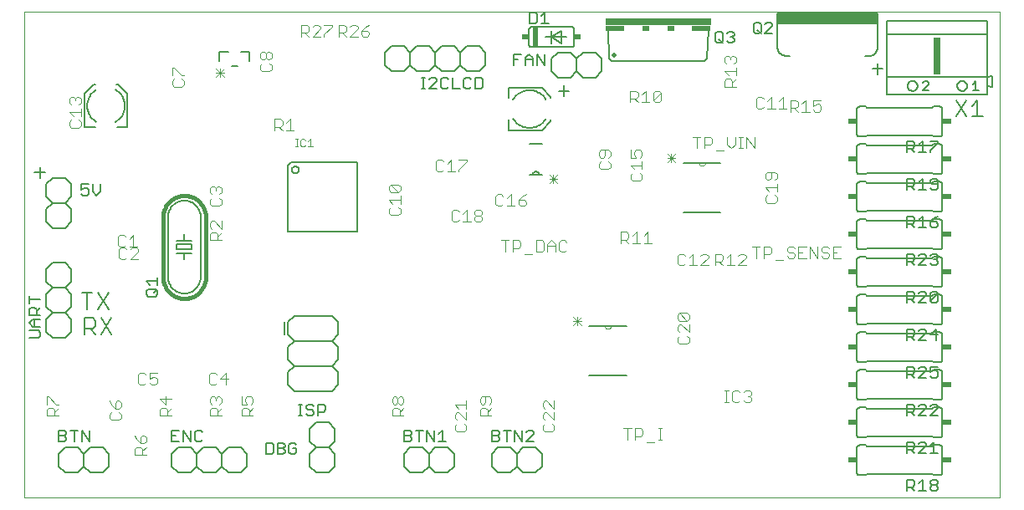
<source format=gto>
G75*
G70*
%OFA0B0*%
%FSLAX24Y24*%
%IPPOS*%
%LPD*%
%AMOC8*
5,1,8,0,0,1.08239X$1,22.5*
%
%ADD10C,0.0000*%
%ADD11C,0.0060*%
%ADD12C,0.0030*%
%ADD13C,0.0040*%
%ADD14C,0.0050*%
%ADD15C,0.0080*%
%ADD16C,0.0160*%
%ADD17R,0.0340X0.0240*%
%ADD18R,0.4000X0.0400*%
%ADD19C,0.0200*%
%ADD20R,0.4200X0.0300*%
%ADD21R,0.0750X0.0200*%
%ADD22R,0.0300X0.0200*%
%ADD23R,0.0300X0.1500*%
%ADD24C,0.0070*%
%ADD25R,0.0200X0.0800*%
%ADD26R,0.0250X0.0200*%
D10*
X000125Y000262D02*
X000125Y019632D01*
X038992Y019632D01*
X038992Y000262D01*
X000125Y000262D01*
X023255Y007117D02*
X023257Y007096D01*
X023262Y007076D01*
X023271Y007057D01*
X023283Y007040D01*
X023298Y007025D01*
X023315Y007013D01*
X023334Y007004D01*
X023354Y006999D01*
X023375Y006997D01*
X023396Y006999D01*
X023416Y007004D01*
X023435Y007013D01*
X023452Y007025D01*
X023467Y007040D01*
X023479Y007057D01*
X023488Y007076D01*
X023493Y007096D01*
X023495Y007117D01*
X027005Y013617D02*
X027007Y013596D01*
X027012Y013576D01*
X027021Y013557D01*
X027033Y013540D01*
X027048Y013525D01*
X027065Y013513D01*
X027084Y013504D01*
X027104Y013499D01*
X027125Y013497D01*
X027146Y013499D01*
X027166Y013504D01*
X027185Y013513D01*
X027202Y013525D01*
X027217Y013540D01*
X027229Y013557D01*
X027238Y013576D01*
X027243Y013596D01*
X027245Y013617D01*
D11*
X027005Y013617D01*
X026385Y013617D01*
X027245Y013617D02*
X027865Y013617D01*
X027865Y011657D02*
X026385Y011657D01*
X020750Y013152D02*
X020620Y013152D01*
X020380Y013152D01*
X020250Y013152D01*
X020380Y013152D02*
X020382Y013173D01*
X020387Y013193D01*
X020396Y013212D01*
X020408Y013229D01*
X020423Y013244D01*
X020440Y013256D01*
X020459Y013265D01*
X020479Y013270D01*
X020500Y013272D01*
X020521Y013270D01*
X020541Y013265D01*
X020560Y013256D01*
X020577Y013244D01*
X020592Y013229D01*
X020604Y013212D01*
X020613Y013193D01*
X020618Y013173D01*
X020620Y013152D01*
X020750Y014372D02*
X020250Y014372D01*
X021619Y016274D02*
X021619Y016701D01*
X021832Y016487D02*
X021405Y016487D01*
X021375Y017012D02*
X021875Y017012D01*
X022125Y017262D01*
X022375Y017012D01*
X022875Y017012D01*
X023125Y017262D01*
X023125Y017762D01*
X022875Y018012D01*
X022375Y018012D01*
X022125Y017762D01*
X022125Y017262D01*
X022125Y017762D02*
X021875Y018012D01*
X021375Y018012D01*
X021125Y017762D01*
X021125Y017262D01*
X021375Y017012D01*
X021925Y018237D02*
X020325Y018237D01*
X020308Y018239D01*
X020291Y018243D01*
X020275Y018250D01*
X020261Y018260D01*
X020248Y018273D01*
X020238Y018287D01*
X020231Y018303D01*
X020227Y018320D01*
X020225Y018337D01*
X020225Y018937D01*
X020227Y018954D01*
X020231Y018971D01*
X020238Y018987D01*
X020248Y019001D01*
X020261Y019014D01*
X020275Y019024D01*
X020291Y019031D01*
X020308Y019035D01*
X020325Y019037D01*
X021925Y019037D01*
X021942Y019035D01*
X021959Y019031D01*
X021975Y019024D01*
X021989Y019014D01*
X022002Y019001D01*
X022012Y018987D01*
X022019Y018971D01*
X022023Y018954D01*
X022025Y018937D01*
X022025Y018337D01*
X022023Y018320D01*
X022019Y018303D01*
X022012Y018287D01*
X022002Y018273D01*
X021989Y018260D01*
X021975Y018250D01*
X021959Y018243D01*
X021942Y018239D01*
X021925Y018237D01*
X021525Y018387D02*
X021125Y018637D01*
X021125Y018387D01*
X021125Y018637D02*
X020875Y018637D01*
X021125Y018637D02*
X021125Y018887D01*
X021125Y018637D02*
X021525Y018887D01*
X021525Y018387D01*
X021725Y018637D02*
X021125Y018637D01*
X023375Y018937D02*
X023425Y017787D01*
X023525Y017687D01*
X027225Y017687D01*
X027325Y017787D01*
X027375Y018937D01*
X033300Y015762D02*
X033300Y014762D01*
X033302Y014745D01*
X033306Y014728D01*
X033313Y014712D01*
X033323Y014698D01*
X033336Y014685D01*
X033350Y014675D01*
X033366Y014668D01*
X033383Y014664D01*
X033400Y014662D01*
X033650Y014662D01*
X033700Y014712D01*
X036300Y014712D01*
X036350Y014662D01*
X036600Y014662D01*
X036617Y014664D01*
X036634Y014668D01*
X036650Y014675D01*
X036664Y014685D01*
X036677Y014698D01*
X036687Y014712D01*
X036694Y014728D01*
X036698Y014745D01*
X036700Y014762D01*
X036700Y015762D01*
X036698Y015779D01*
X036694Y015796D01*
X036687Y015812D01*
X036677Y015826D01*
X036664Y015839D01*
X036650Y015849D01*
X036634Y015856D01*
X036617Y015860D01*
X036600Y015862D01*
X036350Y015862D01*
X036300Y015812D01*
X033700Y015812D01*
X033650Y015862D01*
X033400Y015862D01*
X033383Y015860D01*
X033366Y015856D01*
X033350Y015849D01*
X033336Y015839D01*
X033323Y015826D01*
X033313Y015812D01*
X033306Y015796D01*
X033302Y015779D01*
X033300Y015762D01*
X034500Y016337D02*
X034500Y017037D01*
X034500Y018737D01*
X034500Y019287D01*
X038500Y019287D01*
X038500Y018737D01*
X038500Y017037D01*
X034500Y017037D01*
X034332Y017362D02*
X033905Y017362D01*
X034119Y017149D02*
X034119Y017576D01*
X035310Y016687D02*
X035312Y016715D01*
X035318Y016742D01*
X035327Y016768D01*
X035340Y016793D01*
X035357Y016816D01*
X035376Y016836D01*
X035398Y016853D01*
X035422Y016867D01*
X035448Y016877D01*
X035475Y016884D01*
X035503Y016887D01*
X035531Y016886D01*
X035558Y016881D01*
X035585Y016872D01*
X035610Y016860D01*
X035633Y016845D01*
X035654Y016826D01*
X035672Y016805D01*
X035687Y016781D01*
X035698Y016755D01*
X035706Y016729D01*
X035710Y016701D01*
X035710Y016673D01*
X035706Y016645D01*
X035698Y016619D01*
X035687Y016593D01*
X035672Y016569D01*
X035654Y016548D01*
X035633Y016529D01*
X035610Y016514D01*
X035585Y016502D01*
X035558Y016493D01*
X035531Y016488D01*
X035503Y016487D01*
X035475Y016490D01*
X035448Y016497D01*
X035422Y016507D01*
X035398Y016521D01*
X035376Y016538D01*
X035357Y016558D01*
X035340Y016581D01*
X035327Y016606D01*
X035318Y016632D01*
X035312Y016659D01*
X035310Y016687D01*
X034500Y016337D02*
X038500Y016337D01*
X038500Y016687D01*
X038500Y017037D01*
X038700Y017087D01*
X038700Y016637D01*
X038500Y016687D01*
X037290Y016687D02*
X037292Y016715D01*
X037298Y016742D01*
X037307Y016768D01*
X037320Y016793D01*
X037337Y016816D01*
X037356Y016836D01*
X037378Y016853D01*
X037402Y016867D01*
X037428Y016877D01*
X037455Y016884D01*
X037483Y016887D01*
X037511Y016886D01*
X037538Y016881D01*
X037565Y016872D01*
X037590Y016860D01*
X037613Y016845D01*
X037634Y016826D01*
X037652Y016805D01*
X037667Y016781D01*
X037678Y016755D01*
X037686Y016729D01*
X037690Y016701D01*
X037690Y016673D01*
X037686Y016645D01*
X037678Y016619D01*
X037667Y016593D01*
X037652Y016569D01*
X037634Y016548D01*
X037613Y016529D01*
X037590Y016514D01*
X037565Y016502D01*
X037538Y016493D01*
X037511Y016488D01*
X037483Y016487D01*
X037455Y016490D01*
X037428Y016497D01*
X037402Y016507D01*
X037378Y016521D01*
X037356Y016538D01*
X037337Y016558D01*
X037320Y016581D01*
X037307Y016606D01*
X037298Y016632D01*
X037292Y016659D01*
X037290Y016687D01*
X038500Y018737D02*
X034500Y018737D01*
X033650Y014362D02*
X033400Y014362D01*
X033383Y014360D01*
X033366Y014356D01*
X033350Y014349D01*
X033336Y014339D01*
X033323Y014326D01*
X033313Y014312D01*
X033306Y014296D01*
X033302Y014279D01*
X033300Y014262D01*
X033300Y013262D01*
X033302Y013245D01*
X033306Y013228D01*
X033313Y013212D01*
X033323Y013198D01*
X033336Y013185D01*
X033350Y013175D01*
X033366Y013168D01*
X033383Y013164D01*
X033400Y013162D01*
X033650Y013162D01*
X033700Y013212D01*
X036300Y013212D01*
X036350Y013162D01*
X036600Y013162D01*
X036617Y013164D01*
X036634Y013168D01*
X036650Y013175D01*
X036664Y013185D01*
X036677Y013198D01*
X036687Y013212D01*
X036694Y013228D01*
X036698Y013245D01*
X036700Y013262D01*
X036700Y014262D01*
X036698Y014279D01*
X036694Y014296D01*
X036687Y014312D01*
X036677Y014326D01*
X036664Y014339D01*
X036650Y014349D01*
X036634Y014356D01*
X036617Y014360D01*
X036600Y014362D01*
X036350Y014362D01*
X036300Y014312D01*
X033700Y014312D01*
X033650Y014362D01*
X033650Y012862D02*
X033400Y012862D01*
X033383Y012860D01*
X033366Y012856D01*
X033350Y012849D01*
X033336Y012839D01*
X033323Y012826D01*
X033313Y012812D01*
X033306Y012796D01*
X033302Y012779D01*
X033300Y012762D01*
X033300Y011762D01*
X033302Y011745D01*
X033306Y011728D01*
X033313Y011712D01*
X033323Y011698D01*
X033336Y011685D01*
X033350Y011675D01*
X033366Y011668D01*
X033383Y011664D01*
X033400Y011662D01*
X033650Y011662D01*
X033700Y011712D01*
X036300Y011712D01*
X036350Y011662D01*
X036600Y011662D01*
X036617Y011664D01*
X036634Y011668D01*
X036650Y011675D01*
X036664Y011685D01*
X036677Y011698D01*
X036687Y011712D01*
X036694Y011728D01*
X036698Y011745D01*
X036700Y011762D01*
X036700Y012762D01*
X036698Y012779D01*
X036694Y012796D01*
X036687Y012812D01*
X036677Y012826D01*
X036664Y012839D01*
X036650Y012849D01*
X036634Y012856D01*
X036617Y012860D01*
X036600Y012862D01*
X036350Y012862D01*
X036300Y012812D01*
X033700Y012812D01*
X033650Y012862D01*
X033650Y011362D02*
X033400Y011362D01*
X033383Y011360D01*
X033366Y011356D01*
X033350Y011349D01*
X033336Y011339D01*
X033323Y011326D01*
X033313Y011312D01*
X033306Y011296D01*
X033302Y011279D01*
X033300Y011262D01*
X033300Y010262D01*
X033302Y010245D01*
X033306Y010228D01*
X033313Y010212D01*
X033323Y010198D01*
X033336Y010185D01*
X033350Y010175D01*
X033366Y010168D01*
X033383Y010164D01*
X033400Y010162D01*
X033650Y010162D01*
X033700Y010212D01*
X036300Y010212D01*
X036350Y010162D01*
X036600Y010162D01*
X036617Y010164D01*
X036634Y010168D01*
X036650Y010175D01*
X036664Y010185D01*
X036677Y010198D01*
X036687Y010212D01*
X036694Y010228D01*
X036698Y010245D01*
X036700Y010262D01*
X036700Y011262D01*
X036698Y011279D01*
X036694Y011296D01*
X036687Y011312D01*
X036677Y011326D01*
X036664Y011339D01*
X036650Y011349D01*
X036634Y011356D01*
X036617Y011360D01*
X036600Y011362D01*
X036350Y011362D01*
X036300Y011312D01*
X033700Y011312D01*
X033650Y011362D01*
X033650Y009862D02*
X033400Y009862D01*
X033383Y009860D01*
X033366Y009856D01*
X033350Y009849D01*
X033336Y009839D01*
X033323Y009826D01*
X033313Y009812D01*
X033306Y009796D01*
X033302Y009779D01*
X033300Y009762D01*
X033300Y008762D01*
X033302Y008745D01*
X033306Y008728D01*
X033313Y008712D01*
X033323Y008698D01*
X033336Y008685D01*
X033350Y008675D01*
X033366Y008668D01*
X033383Y008664D01*
X033400Y008662D01*
X033650Y008662D01*
X033700Y008712D01*
X036300Y008712D01*
X036350Y008662D01*
X036600Y008662D01*
X036617Y008664D01*
X036634Y008668D01*
X036650Y008675D01*
X036664Y008685D01*
X036677Y008698D01*
X036687Y008712D01*
X036694Y008728D01*
X036698Y008745D01*
X036700Y008762D01*
X036700Y009762D01*
X036698Y009779D01*
X036694Y009796D01*
X036687Y009812D01*
X036677Y009826D01*
X036664Y009839D01*
X036650Y009849D01*
X036634Y009856D01*
X036617Y009860D01*
X036600Y009862D01*
X036350Y009862D01*
X036300Y009812D01*
X033700Y009812D01*
X033650Y009862D01*
X033650Y008362D02*
X033400Y008362D01*
X033383Y008360D01*
X033366Y008356D01*
X033350Y008349D01*
X033336Y008339D01*
X033323Y008326D01*
X033313Y008312D01*
X033306Y008296D01*
X033302Y008279D01*
X033300Y008262D01*
X033300Y007262D01*
X033302Y007245D01*
X033306Y007228D01*
X033313Y007212D01*
X033323Y007198D01*
X033336Y007185D01*
X033350Y007175D01*
X033366Y007168D01*
X033383Y007164D01*
X033400Y007162D01*
X033650Y007162D01*
X033700Y007212D01*
X036300Y007212D01*
X036350Y007162D01*
X036600Y007162D01*
X036617Y007164D01*
X036634Y007168D01*
X036650Y007175D01*
X036664Y007185D01*
X036677Y007198D01*
X036687Y007212D01*
X036694Y007228D01*
X036698Y007245D01*
X036700Y007262D01*
X036700Y008262D01*
X036698Y008279D01*
X036694Y008296D01*
X036687Y008312D01*
X036677Y008326D01*
X036664Y008339D01*
X036650Y008349D01*
X036634Y008356D01*
X036617Y008360D01*
X036600Y008362D01*
X036350Y008362D01*
X036300Y008312D01*
X033700Y008312D01*
X033650Y008362D01*
X033650Y006862D02*
X033400Y006862D01*
X033383Y006860D01*
X033366Y006856D01*
X033350Y006849D01*
X033336Y006839D01*
X033323Y006826D01*
X033313Y006812D01*
X033306Y006796D01*
X033302Y006779D01*
X033300Y006762D01*
X033300Y005762D01*
X033302Y005745D01*
X033306Y005728D01*
X033313Y005712D01*
X033323Y005698D01*
X033336Y005685D01*
X033350Y005675D01*
X033366Y005668D01*
X033383Y005664D01*
X033400Y005662D01*
X033650Y005662D01*
X033700Y005712D01*
X036300Y005712D01*
X036350Y005662D01*
X036600Y005662D01*
X036617Y005664D01*
X036634Y005668D01*
X036650Y005675D01*
X036664Y005685D01*
X036677Y005698D01*
X036687Y005712D01*
X036694Y005728D01*
X036698Y005745D01*
X036700Y005762D01*
X036700Y006762D01*
X036698Y006779D01*
X036694Y006796D01*
X036687Y006812D01*
X036677Y006826D01*
X036664Y006839D01*
X036650Y006849D01*
X036634Y006856D01*
X036617Y006860D01*
X036600Y006862D01*
X036350Y006862D01*
X036300Y006812D01*
X033700Y006812D01*
X033650Y006862D01*
X033650Y005362D02*
X033400Y005362D01*
X033383Y005360D01*
X033366Y005356D01*
X033350Y005349D01*
X033336Y005339D01*
X033323Y005326D01*
X033313Y005312D01*
X033306Y005296D01*
X033302Y005279D01*
X033300Y005262D01*
X033300Y004262D01*
X033302Y004245D01*
X033306Y004228D01*
X033313Y004212D01*
X033323Y004198D01*
X033336Y004185D01*
X033350Y004175D01*
X033366Y004168D01*
X033383Y004164D01*
X033400Y004162D01*
X033650Y004162D01*
X033700Y004212D01*
X036300Y004212D01*
X036350Y004162D01*
X036600Y004162D01*
X036617Y004164D01*
X036634Y004168D01*
X036650Y004175D01*
X036664Y004185D01*
X036677Y004198D01*
X036687Y004212D01*
X036694Y004228D01*
X036698Y004245D01*
X036700Y004262D01*
X036700Y005262D01*
X036698Y005279D01*
X036694Y005296D01*
X036687Y005312D01*
X036677Y005326D01*
X036664Y005339D01*
X036650Y005349D01*
X036634Y005356D01*
X036617Y005360D01*
X036600Y005362D01*
X036350Y005362D01*
X036300Y005312D01*
X033700Y005312D01*
X033650Y005362D01*
X033650Y003862D02*
X033400Y003862D01*
X033383Y003860D01*
X033366Y003856D01*
X033350Y003849D01*
X033336Y003839D01*
X033323Y003826D01*
X033313Y003812D01*
X033306Y003796D01*
X033302Y003779D01*
X033300Y003762D01*
X033300Y002762D01*
X033302Y002745D01*
X033306Y002728D01*
X033313Y002712D01*
X033323Y002698D01*
X033336Y002685D01*
X033350Y002675D01*
X033366Y002668D01*
X033383Y002664D01*
X033400Y002662D01*
X033650Y002662D01*
X033700Y002712D01*
X036300Y002712D01*
X036350Y002662D01*
X036600Y002662D01*
X036617Y002664D01*
X036634Y002668D01*
X036650Y002675D01*
X036664Y002685D01*
X036677Y002698D01*
X036687Y002712D01*
X036694Y002728D01*
X036698Y002745D01*
X036700Y002762D01*
X036700Y003762D01*
X036698Y003779D01*
X036694Y003796D01*
X036687Y003812D01*
X036677Y003826D01*
X036664Y003839D01*
X036650Y003849D01*
X036634Y003856D01*
X036617Y003860D01*
X036600Y003862D01*
X036350Y003862D01*
X036300Y003812D01*
X033700Y003812D01*
X033650Y003862D01*
X033650Y002362D02*
X033400Y002362D01*
X033383Y002360D01*
X033366Y002356D01*
X033350Y002349D01*
X033336Y002339D01*
X033323Y002326D01*
X033313Y002312D01*
X033306Y002296D01*
X033302Y002279D01*
X033300Y002262D01*
X033300Y001262D01*
X033302Y001245D01*
X033306Y001228D01*
X033313Y001212D01*
X033323Y001198D01*
X033336Y001185D01*
X033350Y001175D01*
X033366Y001168D01*
X033383Y001164D01*
X033400Y001162D01*
X033650Y001162D01*
X033700Y001212D01*
X036300Y001212D01*
X036350Y001162D01*
X036600Y001162D01*
X036617Y001164D01*
X036634Y001168D01*
X036650Y001175D01*
X036664Y001185D01*
X036677Y001198D01*
X036687Y001212D01*
X036694Y001228D01*
X036698Y001245D01*
X036700Y001262D01*
X036700Y002262D01*
X036698Y002279D01*
X036694Y002296D01*
X036687Y002312D01*
X036677Y002326D01*
X036664Y002339D01*
X036650Y002349D01*
X036634Y002356D01*
X036617Y002360D01*
X036600Y002362D01*
X036350Y002362D01*
X036300Y002312D01*
X033700Y002312D01*
X033650Y002362D01*
X024115Y005157D02*
X022635Y005157D01*
X022635Y007117D02*
X023255Y007117D01*
X023495Y007117D01*
X024115Y007117D01*
X020500Y002262D02*
X020000Y002262D01*
X019750Y002012D01*
X019750Y001512D01*
X020000Y001262D01*
X020500Y001262D01*
X020750Y001512D01*
X020750Y002012D01*
X020500Y002262D01*
X019750Y002012D02*
X019500Y002262D01*
X019000Y002262D01*
X018750Y002012D01*
X018750Y001512D01*
X019000Y001262D01*
X019500Y001262D01*
X019750Y001512D01*
X017250Y001512D02*
X017000Y001262D01*
X016500Y001262D01*
X016250Y001512D01*
X016000Y001262D01*
X015500Y001262D01*
X015250Y001512D01*
X015250Y002012D01*
X015500Y002262D01*
X016000Y002262D01*
X016250Y002012D01*
X016500Y002262D01*
X017000Y002262D01*
X017250Y002012D01*
X017250Y001512D01*
X016250Y001512D02*
X016250Y002012D01*
X012500Y002012D02*
X012500Y001512D01*
X012250Y001262D01*
X011750Y001262D01*
X011500Y001512D01*
X011500Y002012D01*
X011750Y002262D01*
X011500Y002512D01*
X011500Y003012D01*
X011750Y003262D01*
X012250Y003262D01*
X012500Y003012D01*
X012500Y002512D01*
X012250Y002262D01*
X012500Y002012D01*
X012250Y002262D02*
X011750Y002262D01*
X009000Y002012D02*
X009000Y001512D01*
X008750Y001262D01*
X008250Y001262D01*
X008000Y001512D01*
X007750Y001262D01*
X007250Y001262D01*
X007000Y001512D01*
X006750Y001262D01*
X006250Y001262D01*
X006000Y001512D01*
X006000Y002012D01*
X006250Y002262D01*
X006750Y002262D01*
X007000Y002012D01*
X007250Y002262D01*
X007750Y002262D01*
X008000Y002012D01*
X008250Y002262D01*
X008750Y002262D01*
X009000Y002012D01*
X008000Y002012D02*
X008000Y001512D01*
X007000Y001512D02*
X007000Y002012D01*
X003500Y002012D02*
X003500Y001512D01*
X003250Y001262D01*
X002750Y001262D01*
X002500Y001512D01*
X002250Y001262D01*
X001750Y001262D01*
X001500Y001512D01*
X001500Y002012D01*
X001750Y002262D01*
X002250Y002262D01*
X002500Y002012D01*
X002750Y002262D01*
X003250Y002262D01*
X003500Y002012D01*
X002500Y002012D02*
X002500Y001512D01*
X001750Y006637D02*
X001250Y006637D01*
X001000Y006887D01*
X001000Y007387D01*
X001250Y007637D01*
X001000Y007887D01*
X001000Y008387D01*
X001250Y008637D01*
X001000Y008887D01*
X001000Y009387D01*
X001250Y009637D01*
X001750Y009637D01*
X002000Y009387D01*
X002000Y008887D01*
X001750Y008637D01*
X002000Y008387D01*
X002000Y007887D01*
X001750Y007637D01*
X002000Y007387D01*
X002000Y006887D01*
X001750Y006637D01*
X002530Y006792D02*
X002530Y007433D01*
X002850Y007433D01*
X002957Y007326D01*
X002957Y007112D01*
X002850Y007006D01*
X002530Y007006D01*
X002744Y007006D02*
X002957Y006792D01*
X003175Y006792D02*
X003602Y007433D01*
X003175Y007433D02*
X003602Y006792D01*
X003477Y007792D02*
X003050Y008433D01*
X002832Y008433D02*
X002405Y008433D01*
X002619Y008433D02*
X002619Y007792D01*
X003050Y007792D02*
X003477Y008433D01*
X001750Y008637D02*
X001250Y008637D01*
X001250Y007637D02*
X001750Y007637D01*
X005850Y009062D02*
X005850Y011462D01*
X005852Y011512D01*
X005858Y011561D01*
X005867Y011610D01*
X005880Y011658D01*
X005897Y011705D01*
X005917Y011750D01*
X005941Y011794D01*
X005968Y011836D01*
X005999Y011876D01*
X006032Y011913D01*
X006068Y011947D01*
X006106Y011979D01*
X006147Y012008D01*
X006189Y012033D01*
X006234Y012055D01*
X006280Y012074D01*
X006328Y012089D01*
X006376Y012100D01*
X006425Y012108D01*
X006475Y012112D01*
X006525Y012112D01*
X006575Y012108D01*
X006624Y012100D01*
X006672Y012089D01*
X006720Y012074D01*
X006766Y012055D01*
X006811Y012033D01*
X006853Y012008D01*
X006894Y011979D01*
X006932Y011947D01*
X006968Y011913D01*
X007001Y011876D01*
X007032Y011836D01*
X007059Y011794D01*
X007083Y011750D01*
X007103Y011705D01*
X007120Y011658D01*
X007133Y011610D01*
X007142Y011561D01*
X007148Y011512D01*
X007150Y011462D01*
X007150Y009062D01*
X007148Y009012D01*
X007142Y008963D01*
X007133Y008914D01*
X007120Y008866D01*
X007103Y008819D01*
X007083Y008774D01*
X007059Y008730D01*
X007032Y008688D01*
X007001Y008648D01*
X006968Y008611D01*
X006932Y008577D01*
X006894Y008545D01*
X006853Y008516D01*
X006811Y008491D01*
X006766Y008469D01*
X006720Y008450D01*
X006672Y008435D01*
X006624Y008424D01*
X006575Y008416D01*
X006525Y008412D01*
X006475Y008412D01*
X006425Y008416D01*
X006376Y008424D01*
X006328Y008435D01*
X006280Y008450D01*
X006234Y008469D01*
X006189Y008491D01*
X006147Y008516D01*
X006106Y008545D01*
X006068Y008577D01*
X006032Y008611D01*
X005999Y008648D01*
X005968Y008688D01*
X005941Y008730D01*
X005917Y008774D01*
X005897Y008819D01*
X005880Y008866D01*
X005867Y008914D01*
X005858Y008963D01*
X005852Y009012D01*
X005850Y009062D01*
X006500Y009762D02*
X006500Y010012D01*
X006800Y010012D01*
X006800Y010162D02*
X006200Y010162D01*
X006200Y010362D01*
X006800Y010362D01*
X006800Y010162D01*
X006500Y010012D02*
X006200Y010012D01*
X006200Y010512D02*
X006500Y010512D01*
X006500Y010762D01*
X006500Y010512D02*
X006800Y010512D01*
X010620Y010882D02*
X010620Y013502D01*
X010760Y013642D01*
X013380Y013642D01*
X013380Y010882D01*
X010620Y010882D01*
X010779Y013342D02*
X010781Y013365D01*
X010787Y013388D01*
X010796Y013409D01*
X010809Y013429D01*
X010825Y013446D01*
X010843Y013460D01*
X010863Y013471D01*
X010885Y013479D01*
X010908Y013483D01*
X010932Y013483D01*
X010955Y013479D01*
X010977Y013471D01*
X010997Y013460D01*
X011015Y013446D01*
X011031Y013429D01*
X011044Y013409D01*
X011053Y013388D01*
X011059Y013365D01*
X011061Y013342D01*
X011059Y013319D01*
X011053Y013296D01*
X011044Y013275D01*
X011031Y013255D01*
X011015Y013238D01*
X010997Y013224D01*
X010977Y013213D01*
X010955Y013205D01*
X010932Y013201D01*
X010908Y013201D01*
X010885Y013205D01*
X010863Y013213D01*
X010843Y013224D01*
X010825Y013238D01*
X010809Y013255D01*
X010796Y013275D01*
X010787Y013296D01*
X010781Y013319D01*
X010779Y013342D01*
X014750Y017262D02*
X014500Y017512D01*
X014500Y018012D01*
X014750Y018262D01*
X015250Y018262D01*
X015500Y018012D01*
X015750Y018262D01*
X016250Y018262D01*
X016500Y018012D01*
X016750Y018262D01*
X017250Y018262D01*
X017500Y018012D01*
X017750Y018262D01*
X018250Y018262D01*
X018500Y018012D01*
X018500Y017512D01*
X018250Y017262D01*
X017750Y017262D01*
X017500Y017512D01*
X017250Y017262D01*
X016750Y017262D01*
X016500Y017512D01*
X016500Y018012D01*
X016500Y017512D02*
X016250Y017262D01*
X015750Y017262D01*
X015500Y017512D01*
X015250Y017262D01*
X014750Y017262D01*
X015500Y017512D02*
X015500Y018012D01*
X017500Y018012D02*
X017500Y017512D01*
X009100Y017682D02*
X009100Y018042D01*
X008740Y018042D01*
X008260Y018042D02*
X007900Y018042D01*
X007900Y017682D01*
X008370Y017482D02*
X008630Y017482D01*
X002000Y012762D02*
X001750Y013012D01*
X001250Y013012D01*
X001000Y012762D01*
X001000Y012262D01*
X001250Y012012D01*
X001750Y012012D01*
X002000Y012262D01*
X002000Y012762D01*
X001750Y012012D02*
X002000Y011762D01*
X002000Y011262D01*
X001750Y011012D01*
X001250Y011012D01*
X001000Y011262D01*
X001000Y011762D01*
X001250Y012012D01*
X000744Y013024D02*
X000744Y013451D01*
X000957Y013237D02*
X000530Y013237D01*
D12*
X007763Y017047D02*
X008077Y017361D01*
X008077Y017204D02*
X007763Y017204D01*
X007763Y017361D02*
X008077Y017047D01*
X007920Y017047D02*
X007920Y017361D01*
X010925Y014567D02*
X011022Y014567D01*
X010973Y014567D02*
X010973Y014277D01*
X010925Y014277D02*
X011022Y014277D01*
X011121Y014325D02*
X011170Y014277D01*
X011267Y014277D01*
X011315Y014325D01*
X011416Y014277D02*
X011610Y014277D01*
X011513Y014277D02*
X011513Y014567D01*
X011416Y014471D01*
X011315Y014519D02*
X011267Y014567D01*
X011170Y014567D01*
X011121Y014519D01*
X011121Y014325D01*
X021041Y013129D02*
X021355Y012815D01*
X021198Y012815D02*
X021198Y013129D01*
X021355Y013129D02*
X021041Y012815D01*
X021041Y012972D02*
X021355Y012972D01*
X025740Y013650D02*
X026054Y013964D01*
X026054Y013807D02*
X025740Y013807D01*
X025740Y013964D02*
X026054Y013650D01*
X025897Y013650D02*
X025897Y013964D01*
X022304Y007464D02*
X021990Y007150D01*
X022147Y007150D02*
X022147Y007464D01*
X021990Y007464D02*
X022304Y007150D01*
X022304Y007307D02*
X021990Y007307D01*
D13*
X026145Y007398D02*
X026145Y007552D01*
X026221Y007629D01*
X026528Y007322D01*
X026605Y007398D01*
X026605Y007552D01*
X026528Y007629D01*
X026221Y007629D01*
X026145Y007398D02*
X026221Y007322D01*
X026528Y007322D01*
X026605Y007168D02*
X026605Y006861D01*
X026298Y007168D01*
X026221Y007168D01*
X026145Y007091D01*
X026145Y006938D01*
X026221Y006861D01*
X026221Y006708D02*
X026145Y006631D01*
X026145Y006478D01*
X026221Y006401D01*
X026528Y006401D01*
X026605Y006478D01*
X026605Y006631D01*
X026528Y006708D01*
X028020Y004542D02*
X028173Y004542D01*
X028097Y004542D02*
X028097Y004082D01*
X028173Y004082D02*
X028020Y004082D01*
X028327Y004159D02*
X028404Y004082D01*
X028557Y004082D01*
X028634Y004159D01*
X028787Y004159D02*
X028864Y004082D01*
X029017Y004082D01*
X029094Y004159D01*
X029094Y004235D01*
X029017Y004312D01*
X028941Y004312D01*
X029017Y004312D02*
X029094Y004389D01*
X029094Y004466D01*
X029017Y004542D01*
X028864Y004542D01*
X028787Y004466D01*
X028634Y004466D02*
X028557Y004542D01*
X028404Y004542D01*
X028327Y004466D01*
X028327Y004159D01*
X025536Y003031D02*
X025382Y003031D01*
X025459Y003031D02*
X025459Y002570D01*
X025382Y002570D02*
X025536Y002570D01*
X025229Y002494D02*
X024922Y002494D01*
X024692Y002724D02*
X024462Y002724D01*
X024462Y002570D02*
X024462Y003031D01*
X024692Y003031D01*
X024769Y002954D01*
X024769Y002801D01*
X024692Y002724D01*
X024308Y003031D02*
X024001Y003031D01*
X024155Y003031D02*
X024155Y002570D01*
X021230Y002978D02*
X021153Y002901D01*
X020846Y002901D01*
X020770Y002978D01*
X020770Y003131D01*
X020846Y003208D01*
X020846Y003361D02*
X020770Y003438D01*
X020770Y003591D01*
X020846Y003668D01*
X020923Y003668D01*
X021230Y003361D01*
X021230Y003668D01*
X021230Y003822D02*
X020923Y004129D01*
X020846Y004129D01*
X020770Y004052D01*
X020770Y003898D01*
X020846Y003822D01*
X021230Y003822D02*
X021230Y004129D01*
X021153Y003208D02*
X021230Y003131D01*
X021230Y002978D01*
X018730Y003532D02*
X018270Y003532D01*
X018270Y003762D01*
X018346Y003839D01*
X018500Y003839D01*
X018577Y003762D01*
X018577Y003532D01*
X018577Y003685D02*
X018730Y003839D01*
X018653Y003992D02*
X018730Y004069D01*
X018730Y004223D01*
X018653Y004299D01*
X018346Y004299D01*
X018270Y004223D01*
X018270Y004069D01*
X018346Y003992D01*
X018423Y003992D01*
X018500Y004069D01*
X018500Y004299D01*
X017730Y004129D02*
X017730Y003822D01*
X017730Y003975D02*
X017270Y003975D01*
X017423Y003822D01*
X017423Y003668D02*
X017346Y003668D01*
X017270Y003591D01*
X017270Y003438D01*
X017346Y003361D01*
X017346Y003208D02*
X017270Y003131D01*
X017270Y002978D01*
X017346Y002901D01*
X017653Y002901D01*
X017730Y002978D01*
X017730Y003131D01*
X017653Y003208D01*
X017730Y003361D02*
X017423Y003668D01*
X017730Y003668D02*
X017730Y003361D01*
X015230Y003532D02*
X014770Y003532D01*
X014770Y003762D01*
X014846Y003839D01*
X015000Y003839D01*
X015077Y003762D01*
X015077Y003532D01*
X015077Y003685D02*
X015230Y003839D01*
X015153Y003992D02*
X015077Y003992D01*
X015000Y004069D01*
X015000Y004223D01*
X015077Y004299D01*
X015153Y004299D01*
X015230Y004223D01*
X015230Y004069D01*
X015153Y003992D01*
X015000Y004069D02*
X014923Y003992D01*
X014846Y003992D01*
X014770Y004069D01*
X014770Y004223D01*
X014846Y004299D01*
X014923Y004299D01*
X015000Y004223D01*
X009230Y004223D02*
X009230Y004069D01*
X009153Y003992D01*
X009000Y003992D02*
X008923Y004146D01*
X008923Y004223D01*
X009000Y004299D01*
X009153Y004299D01*
X009230Y004223D01*
X009000Y003992D02*
X008770Y003992D01*
X008770Y004299D01*
X008846Y003839D02*
X009000Y003839D01*
X009077Y003762D01*
X009077Y003532D01*
X009230Y003532D02*
X008770Y003532D01*
X008770Y003762D01*
X008846Y003839D01*
X009077Y003685D02*
X009230Y003839D01*
X007980Y003839D02*
X007827Y003685D01*
X007827Y003762D02*
X007827Y003532D01*
X007980Y003532D02*
X007520Y003532D01*
X007520Y003762D01*
X007596Y003839D01*
X007750Y003839D01*
X007827Y003762D01*
X007903Y003992D02*
X007980Y004069D01*
X007980Y004223D01*
X007903Y004299D01*
X007827Y004299D01*
X007750Y004223D01*
X007750Y004146D01*
X007750Y004223D02*
X007673Y004299D01*
X007596Y004299D01*
X007520Y004223D01*
X007520Y004069D01*
X007596Y003992D01*
X007551Y004782D02*
X007704Y004782D01*
X007781Y004859D01*
X007935Y005012D02*
X008165Y005242D01*
X008165Y004782D01*
X008241Y005012D02*
X007935Y005012D01*
X007781Y005166D02*
X007704Y005242D01*
X007551Y005242D01*
X007474Y005166D01*
X007474Y004859D01*
X007551Y004782D01*
X005980Y004223D02*
X005520Y004223D01*
X005750Y003992D01*
X005750Y004299D01*
X005750Y003839D02*
X005827Y003762D01*
X005827Y003532D01*
X005980Y003532D02*
X005520Y003532D01*
X005520Y003762D01*
X005596Y003839D01*
X005750Y003839D01*
X005827Y003685D02*
X005980Y003839D01*
X005336Y004782D02*
X005182Y004782D01*
X005105Y004859D01*
X004952Y004859D02*
X004875Y004782D01*
X004722Y004782D01*
X004645Y004859D01*
X004645Y005166D01*
X004722Y005242D01*
X004875Y005242D01*
X004952Y005166D01*
X005105Y005242D02*
X005105Y005012D01*
X005259Y005089D01*
X005336Y005089D01*
X005412Y005012D01*
X005412Y004859D01*
X005336Y004782D01*
X005412Y005242D02*
X005105Y005242D01*
X003980Y004052D02*
X003903Y004129D01*
X003827Y004129D01*
X003750Y004052D01*
X003750Y003822D01*
X003903Y003822D01*
X003980Y003898D01*
X003980Y004052D01*
X003750Y003822D02*
X003596Y003975D01*
X003520Y004129D01*
X003596Y003668D02*
X003520Y003591D01*
X003520Y003438D01*
X003596Y003361D01*
X003903Y003361D01*
X003980Y003438D01*
X003980Y003591D01*
X003903Y003668D01*
X004520Y002754D02*
X004596Y002600D01*
X004750Y002447D01*
X004750Y002677D01*
X004827Y002754D01*
X004903Y002754D01*
X004980Y002677D01*
X004980Y002523D01*
X004903Y002447D01*
X004750Y002447D01*
X004750Y002293D02*
X004596Y002293D01*
X004520Y002216D01*
X004520Y001986D01*
X004980Y001986D01*
X004827Y001986D02*
X004827Y002216D01*
X004750Y002293D01*
X004827Y002140D02*
X004980Y002293D01*
X001480Y003532D02*
X001020Y003532D01*
X001020Y003762D01*
X001096Y003839D01*
X001250Y003839D01*
X001327Y003762D01*
X001327Y003532D01*
X001327Y003685D02*
X001480Y003839D01*
X001480Y003992D02*
X001403Y003992D01*
X001096Y004299D01*
X001020Y004299D01*
X001020Y003992D01*
X003972Y009782D02*
X003895Y009859D01*
X003895Y010166D01*
X003972Y010242D01*
X004125Y010242D01*
X004202Y010166D01*
X004355Y010166D02*
X004432Y010242D01*
X004586Y010242D01*
X004662Y010166D01*
X004662Y010089D01*
X004355Y009782D01*
X004662Y009782D01*
X004202Y009859D02*
X004125Y009782D01*
X003972Y009782D01*
X003926Y010282D02*
X003849Y010359D01*
X003849Y010666D01*
X003926Y010742D01*
X004079Y010742D01*
X004156Y010666D01*
X004310Y010589D02*
X004463Y010742D01*
X004463Y010282D01*
X004310Y010282D02*
X004616Y010282D01*
X004156Y010359D02*
X004079Y010282D01*
X003926Y010282D01*
X007520Y010532D02*
X007520Y010762D01*
X007596Y010839D01*
X007750Y010839D01*
X007827Y010762D01*
X007827Y010532D01*
X007980Y010532D02*
X007520Y010532D01*
X007827Y010685D02*
X007980Y010839D01*
X007980Y010992D02*
X007673Y011299D01*
X007596Y011299D01*
X007520Y011223D01*
X007520Y011069D01*
X007596Y010992D01*
X007980Y010992D02*
X007980Y011299D01*
X007903Y011907D02*
X007596Y011907D01*
X007520Y011984D01*
X007520Y012137D01*
X007596Y012214D01*
X007596Y012367D02*
X007520Y012444D01*
X007520Y012598D01*
X007596Y012674D01*
X007673Y012674D01*
X007750Y012598D01*
X007827Y012674D01*
X007903Y012674D01*
X007980Y012598D01*
X007980Y012444D01*
X007903Y012367D01*
X007903Y012214D02*
X007980Y012137D01*
X007980Y011984D01*
X007903Y011907D01*
X007750Y012521D02*
X007750Y012598D01*
X010099Y014907D02*
X010099Y015367D01*
X010329Y015367D01*
X010406Y015291D01*
X010406Y015137D01*
X010329Y015060D01*
X010099Y015060D01*
X010253Y015060D02*
X010406Y014907D01*
X010560Y014907D02*
X010866Y014907D01*
X010713Y014907D02*
X010713Y015367D01*
X010560Y015214D01*
X009903Y017282D02*
X009596Y017282D01*
X009520Y017359D01*
X009520Y017512D01*
X009596Y017589D01*
X009596Y017742D02*
X009673Y017742D01*
X009750Y017819D01*
X009750Y017973D01*
X009827Y018049D01*
X009903Y018049D01*
X009980Y017973D01*
X009980Y017819D01*
X009903Y017742D01*
X009827Y017742D01*
X009750Y017819D01*
X009750Y017973D02*
X009673Y018049D01*
X009596Y018049D01*
X009520Y017973D01*
X009520Y017819D01*
X009596Y017742D01*
X009903Y017589D02*
X009980Y017512D01*
X009980Y017359D01*
X009903Y017282D01*
X011145Y018657D02*
X011145Y019117D01*
X011375Y019117D01*
X011452Y019041D01*
X011452Y018887D01*
X011375Y018810D01*
X011145Y018810D01*
X011298Y018810D02*
X011452Y018657D01*
X011605Y018657D02*
X011912Y018964D01*
X011912Y019041D01*
X011836Y019117D01*
X011682Y019117D01*
X011605Y019041D01*
X012066Y019117D02*
X012373Y019117D01*
X012373Y019041D01*
X012066Y018734D01*
X012066Y018657D01*
X011912Y018657D02*
X011605Y018657D01*
X012639Y018657D02*
X012639Y019117D01*
X012869Y019117D01*
X012946Y019041D01*
X012946Y018887D01*
X012869Y018810D01*
X012639Y018810D01*
X012792Y018810D02*
X012946Y018657D01*
X013099Y018657D02*
X013406Y018964D01*
X013406Y019041D01*
X013329Y019117D01*
X013176Y019117D01*
X013099Y019041D01*
X013560Y018887D02*
X013790Y018887D01*
X013866Y018810D01*
X013866Y018734D01*
X013790Y018657D01*
X013636Y018657D01*
X013560Y018734D01*
X013560Y018887D01*
X013713Y019041D01*
X013866Y019117D01*
X013406Y018657D02*
X013099Y018657D01*
X006480Y017117D02*
X006403Y017117D01*
X006096Y017424D01*
X006020Y017424D01*
X006020Y017117D01*
X006096Y016964D02*
X006020Y016887D01*
X006020Y016734D01*
X006096Y016657D01*
X006403Y016657D01*
X006480Y016734D01*
X006480Y016887D01*
X006403Y016964D01*
X002379Y016176D02*
X002379Y016023D01*
X002302Y015946D01*
X002379Y015792D02*
X002379Y015486D01*
X002379Y015639D02*
X001918Y015639D01*
X002072Y015486D01*
X001995Y015332D02*
X001918Y015255D01*
X001918Y015102D01*
X001995Y015025D01*
X002302Y015025D01*
X002379Y015102D01*
X002379Y015255D01*
X002302Y015332D01*
X001995Y015946D02*
X001918Y016023D01*
X001918Y016176D01*
X001995Y016253D01*
X002072Y016253D01*
X002148Y016176D01*
X002225Y016253D01*
X002302Y016253D01*
X002379Y016176D01*
X002148Y016176D02*
X002148Y016099D01*
X014645Y012683D02*
X014645Y012529D01*
X014721Y012453D01*
X015028Y012453D01*
X014721Y012760D01*
X015028Y012760D01*
X015105Y012683D01*
X015105Y012529D01*
X015028Y012453D01*
X015105Y012299D02*
X015105Y011992D01*
X015105Y012146D02*
X014645Y012146D01*
X014798Y011992D01*
X014721Y011839D02*
X014645Y011762D01*
X014645Y011609D01*
X014721Y011532D01*
X015028Y011532D01*
X015105Y011609D01*
X015105Y011762D01*
X015028Y011839D01*
X014645Y012683D02*
X014721Y012760D01*
X016514Y013359D02*
X016591Y013282D01*
X016744Y013282D01*
X016821Y013359D01*
X016974Y013282D02*
X017281Y013282D01*
X017128Y013282D02*
X017128Y013742D01*
X016974Y013589D01*
X016821Y013666D02*
X016744Y013742D01*
X016591Y013742D01*
X016514Y013666D01*
X016514Y013359D01*
X017435Y013359D02*
X017435Y013282D01*
X017435Y013359D02*
X017741Y013666D01*
X017741Y013742D01*
X017435Y013742D01*
X018895Y012291D02*
X018895Y011984D01*
X018972Y011907D01*
X019125Y011907D01*
X019202Y011984D01*
X019355Y011907D02*
X019662Y011907D01*
X019509Y011907D02*
X019509Y012367D01*
X019355Y012214D01*
X019202Y012291D02*
X019125Y012367D01*
X018972Y012367D01*
X018895Y012291D01*
X018290Y011742D02*
X018366Y011666D01*
X018366Y011589D01*
X018290Y011512D01*
X018136Y011512D01*
X018060Y011589D01*
X018060Y011666D01*
X018136Y011742D01*
X018290Y011742D01*
X018290Y011512D02*
X018366Y011435D01*
X018366Y011359D01*
X018290Y011282D01*
X018136Y011282D01*
X018060Y011359D01*
X018060Y011435D01*
X018136Y011512D01*
X017906Y011282D02*
X017599Y011282D01*
X017753Y011282D02*
X017753Y011742D01*
X017599Y011589D01*
X017446Y011666D02*
X017369Y011742D01*
X017216Y011742D01*
X017139Y011666D01*
X017139Y011359D01*
X017216Y011282D01*
X017369Y011282D01*
X017446Y011359D01*
X019126Y010531D02*
X019433Y010531D01*
X019280Y010531D02*
X019280Y010070D01*
X019587Y010070D02*
X019587Y010531D01*
X019817Y010531D01*
X019894Y010454D01*
X019894Y010301D01*
X019817Y010224D01*
X019587Y010224D01*
X020047Y009994D02*
X020354Y009994D01*
X020507Y010070D02*
X020738Y010070D01*
X020814Y010147D01*
X020814Y010454D01*
X020738Y010531D01*
X020507Y010531D01*
X020507Y010070D01*
X020968Y010070D02*
X020968Y010377D01*
X021121Y010531D01*
X021275Y010377D01*
X021275Y010070D01*
X021428Y010147D02*
X021505Y010070D01*
X021658Y010070D01*
X021735Y010147D01*
X021428Y010147D02*
X021428Y010454D01*
X021505Y010531D01*
X021658Y010531D01*
X021735Y010454D01*
X021275Y010301D02*
X020968Y010301D01*
X020046Y011907D02*
X019892Y011907D01*
X019816Y011984D01*
X019816Y012137D01*
X020046Y012137D01*
X020123Y012060D01*
X020123Y011984D01*
X020046Y011907D01*
X019816Y012137D02*
X019969Y012291D01*
X020123Y012367D01*
X023020Y013438D02*
X023096Y013361D01*
X023403Y013361D01*
X023480Y013438D01*
X023480Y013591D01*
X023403Y013668D01*
X023403Y013822D02*
X023480Y013898D01*
X023480Y014052D01*
X023403Y014129D01*
X023096Y014129D01*
X023020Y014052D01*
X023020Y013898D01*
X023096Y013822D01*
X023173Y013822D01*
X023250Y013898D01*
X023250Y014129D01*
X023096Y013668D02*
X023020Y013591D01*
X023020Y013438D01*
X024270Y013515D02*
X024730Y013515D01*
X024730Y013668D02*
X024730Y013361D01*
X024653Y013208D02*
X024730Y013131D01*
X024730Y012978D01*
X024653Y012901D01*
X024346Y012901D01*
X024270Y012978D01*
X024270Y013131D01*
X024346Y013208D01*
X024423Y013361D02*
X024270Y013515D01*
X024270Y013822D02*
X024500Y013822D01*
X024423Y013975D01*
X024423Y014052D01*
X024500Y014129D01*
X024653Y014129D01*
X024730Y014052D01*
X024730Y013898D01*
X024653Y013822D01*
X024270Y013822D02*
X024270Y014129D01*
X026751Y014656D02*
X027058Y014656D01*
X026905Y014656D02*
X026905Y014195D01*
X027212Y014195D02*
X027212Y014656D01*
X027442Y014656D01*
X027519Y014579D01*
X027519Y014426D01*
X027442Y014349D01*
X027212Y014349D01*
X027672Y014119D02*
X027979Y014119D01*
X028132Y014349D02*
X028286Y014195D01*
X028439Y014349D01*
X028439Y014656D01*
X028593Y014656D02*
X028746Y014656D01*
X028669Y014656D02*
X028669Y014195D01*
X028593Y014195D02*
X028746Y014195D01*
X028900Y014195D02*
X028900Y014656D01*
X029206Y014195D01*
X029206Y014656D01*
X028132Y014656D02*
X028132Y014349D01*
X029645Y013177D02*
X029645Y013023D01*
X029721Y012947D01*
X029798Y012947D01*
X029875Y013023D01*
X029875Y013254D01*
X030028Y013254D02*
X029721Y013254D01*
X029645Y013177D01*
X030028Y013254D02*
X030105Y013177D01*
X030105Y013023D01*
X030028Y012947D01*
X030105Y012793D02*
X030105Y012486D01*
X030105Y012640D02*
X029645Y012640D01*
X029798Y012486D01*
X029721Y012333D02*
X029645Y012256D01*
X029645Y012103D01*
X029721Y012026D01*
X030028Y012026D01*
X030105Y012103D01*
X030105Y012256D01*
X030028Y012333D01*
X029817Y010281D02*
X029587Y010281D01*
X029587Y009820D01*
X029587Y009974D02*
X029817Y009974D01*
X029894Y010051D01*
X029894Y010204D01*
X029817Y010281D01*
X029433Y010281D02*
X029126Y010281D01*
X029280Y010281D02*
X029280Y009820D01*
X028873Y009839D02*
X028566Y009532D01*
X028873Y009532D01*
X028873Y009839D02*
X028873Y009916D01*
X028796Y009992D01*
X028642Y009992D01*
X028566Y009916D01*
X028259Y009992D02*
X028259Y009532D01*
X028412Y009532D02*
X028105Y009532D01*
X027952Y009532D02*
X027798Y009685D01*
X027875Y009685D02*
X027645Y009685D01*
X027645Y009532D02*
X027645Y009992D01*
X027875Y009992D01*
X027952Y009916D01*
X027952Y009762D01*
X027875Y009685D01*
X028105Y009839D02*
X028259Y009992D01*
X027373Y009916D02*
X027296Y009992D01*
X027142Y009992D01*
X027066Y009916D01*
X027373Y009916D02*
X027373Y009839D01*
X027066Y009532D01*
X027373Y009532D01*
X026912Y009532D02*
X026605Y009532D01*
X026759Y009532D02*
X026759Y009992D01*
X026605Y009839D01*
X026452Y009916D02*
X026375Y009992D01*
X026222Y009992D01*
X026145Y009916D01*
X026145Y009609D01*
X026222Y009532D01*
X026375Y009532D01*
X026452Y009609D01*
X025123Y010407D02*
X024816Y010407D01*
X024969Y010407D02*
X024969Y010867D01*
X024816Y010714D01*
X024509Y010867D02*
X024509Y010407D01*
X024662Y010407D02*
X024355Y010407D01*
X024202Y010407D02*
X024048Y010560D01*
X024125Y010560D02*
X023895Y010560D01*
X023895Y010407D02*
X023895Y010867D01*
X024125Y010867D01*
X024202Y010791D01*
X024202Y010637D01*
X024125Y010560D01*
X024355Y010714D02*
X024509Y010867D01*
X030047Y009744D02*
X030354Y009744D01*
X030507Y009897D02*
X030584Y009820D01*
X030738Y009820D01*
X030814Y009897D01*
X030814Y009974D01*
X030738Y010051D01*
X030584Y010051D01*
X030507Y010127D01*
X030507Y010204D01*
X030584Y010281D01*
X030738Y010281D01*
X030814Y010204D01*
X030968Y010281D02*
X030968Y009820D01*
X031275Y009820D01*
X031428Y009820D02*
X031428Y010281D01*
X031735Y009820D01*
X031735Y010281D01*
X031888Y010204D02*
X031888Y010127D01*
X031965Y010051D01*
X032119Y010051D01*
X032195Y009974D01*
X032195Y009897D01*
X032119Y009820D01*
X031965Y009820D01*
X031888Y009897D01*
X032349Y009820D02*
X032656Y009820D01*
X032502Y010051D02*
X032349Y010051D01*
X032195Y010204D02*
X032119Y010281D01*
X031965Y010281D01*
X031888Y010204D01*
X032349Y010281D02*
X032349Y009820D01*
X032349Y010281D02*
X032656Y010281D01*
X031275Y010281D02*
X030968Y010281D01*
X030968Y010051D02*
X031121Y010051D01*
X031099Y015657D02*
X031406Y015657D01*
X031253Y015657D02*
X031253Y016117D01*
X031099Y015964D01*
X030946Y016041D02*
X030946Y015887D01*
X030869Y015810D01*
X030639Y015810D01*
X030498Y015782D02*
X030191Y015782D01*
X030344Y015782D02*
X030344Y016242D01*
X030191Y016089D01*
X030037Y015782D02*
X029730Y015782D01*
X029884Y015782D02*
X029884Y016242D01*
X029730Y016089D01*
X029577Y016166D02*
X029500Y016242D01*
X029347Y016242D01*
X029270Y016166D01*
X029270Y015859D01*
X029347Y015782D01*
X029500Y015782D01*
X029577Y015859D01*
X030639Y015657D02*
X030639Y016117D01*
X030869Y016117D01*
X030946Y016041D01*
X030792Y015810D02*
X030946Y015657D01*
X031560Y015734D02*
X031636Y015657D01*
X031790Y015657D01*
X031866Y015734D01*
X031866Y015887D01*
X031790Y015964D01*
X031713Y015964D01*
X031560Y015887D01*
X031560Y016117D01*
X031866Y016117D01*
X028480Y016657D02*
X028020Y016657D01*
X028020Y016887D01*
X028096Y016964D01*
X028250Y016964D01*
X028327Y016887D01*
X028327Y016657D01*
X028327Y016810D02*
X028480Y016964D01*
X028480Y017117D02*
X028480Y017424D01*
X028480Y017271D02*
X028020Y017271D01*
X028173Y017117D01*
X028096Y017578D02*
X028020Y017654D01*
X028020Y017808D01*
X028096Y017885D01*
X028173Y017885D01*
X028250Y017808D01*
X028327Y017885D01*
X028403Y017885D01*
X028480Y017808D01*
X028480Y017654D01*
X028403Y017578D01*
X028250Y017731D02*
X028250Y017808D01*
X025491Y016416D02*
X025491Y016109D01*
X025415Y016032D01*
X025261Y016032D01*
X025185Y016109D01*
X025491Y016416D01*
X025415Y016492D01*
X025261Y016492D01*
X025185Y016416D01*
X025185Y016109D01*
X025031Y016032D02*
X024724Y016032D01*
X024571Y016032D02*
X024417Y016185D01*
X024494Y016185D02*
X024264Y016185D01*
X024264Y016032D02*
X024264Y016492D01*
X024494Y016492D01*
X024571Y016416D01*
X024571Y016262D01*
X024494Y016185D01*
X024724Y016339D02*
X024878Y016492D01*
X024878Y016032D01*
D14*
X027650Y018482D02*
X027725Y018407D01*
X027875Y018407D01*
X027950Y018482D01*
X027950Y018782D01*
X027875Y018857D01*
X027725Y018857D01*
X027650Y018782D01*
X027650Y018482D01*
X027800Y018557D02*
X027950Y018407D01*
X028110Y018482D02*
X028185Y018407D01*
X028336Y018407D01*
X028411Y018482D01*
X028411Y018557D01*
X028336Y018632D01*
X028260Y018632D01*
X028336Y018632D02*
X028411Y018707D01*
X028411Y018782D01*
X028336Y018857D01*
X028185Y018857D01*
X028110Y018782D01*
X029175Y018837D02*
X029250Y018762D01*
X029400Y018762D01*
X029475Y018837D01*
X029475Y019137D01*
X029400Y019212D01*
X029250Y019212D01*
X029175Y019137D01*
X029175Y018837D01*
X029325Y018912D02*
X029475Y018762D01*
X029635Y018762D02*
X029936Y019062D01*
X029936Y019137D01*
X029861Y019212D01*
X029710Y019212D01*
X029635Y019137D01*
X029635Y018762D02*
X029936Y018762D01*
X035916Y016806D02*
X035973Y016862D01*
X036086Y016862D01*
X036143Y016806D01*
X036143Y016749D01*
X035916Y016522D01*
X036143Y016522D01*
X037916Y016522D02*
X038143Y016522D01*
X038029Y016522D02*
X038029Y016862D01*
X037916Y016749D01*
X036515Y014487D02*
X036215Y014487D01*
X036515Y014487D02*
X036515Y014412D01*
X036215Y014112D01*
X036215Y014037D01*
X036054Y014037D02*
X035754Y014037D01*
X035904Y014037D02*
X035904Y014487D01*
X035754Y014337D01*
X035594Y014412D02*
X035594Y014262D01*
X035519Y014187D01*
X035294Y014187D01*
X035444Y014187D02*
X035594Y014037D01*
X035294Y014037D02*
X035294Y014487D01*
X035519Y014487D01*
X035594Y014412D01*
X035519Y012987D02*
X035594Y012912D01*
X035594Y012762D01*
X035519Y012687D01*
X035294Y012687D01*
X035444Y012687D02*
X035594Y012537D01*
X035754Y012537D02*
X036054Y012537D01*
X035904Y012537D02*
X035904Y012987D01*
X035754Y012837D01*
X035519Y012987D02*
X035294Y012987D01*
X035294Y012537D01*
X036215Y012612D02*
X036290Y012537D01*
X036440Y012537D01*
X036515Y012612D01*
X036515Y012912D01*
X036440Y012987D01*
X036290Y012987D01*
X036215Y012912D01*
X036215Y012837D01*
X036290Y012762D01*
X036515Y012762D01*
X036515Y011487D02*
X036365Y011412D01*
X036215Y011262D01*
X036440Y011262D01*
X036515Y011187D01*
X036515Y011112D01*
X036440Y011037D01*
X036290Y011037D01*
X036215Y011112D01*
X036215Y011262D01*
X036054Y011037D02*
X035754Y011037D01*
X035904Y011037D02*
X035904Y011487D01*
X035754Y011337D01*
X035594Y011262D02*
X035519Y011187D01*
X035294Y011187D01*
X035444Y011187D02*
X035594Y011037D01*
X035594Y011262D02*
X035594Y011412D01*
X035519Y011487D01*
X035294Y011487D01*
X035294Y011037D01*
X035294Y009987D02*
X035519Y009987D01*
X035594Y009912D01*
X035594Y009762D01*
X035519Y009687D01*
X035294Y009687D01*
X035444Y009687D02*
X035594Y009537D01*
X035754Y009537D02*
X036054Y009837D01*
X036054Y009912D01*
X035979Y009987D01*
X035829Y009987D01*
X035754Y009912D01*
X035754Y009537D02*
X036054Y009537D01*
X036215Y009612D02*
X036290Y009537D01*
X036440Y009537D01*
X036515Y009612D01*
X036515Y009687D01*
X036440Y009762D01*
X036365Y009762D01*
X036440Y009762D02*
X036515Y009837D01*
X036515Y009912D01*
X036440Y009987D01*
X036290Y009987D01*
X036215Y009912D01*
X035294Y009987D02*
X035294Y009537D01*
X035294Y008487D02*
X035519Y008487D01*
X035594Y008412D01*
X035594Y008262D01*
X035519Y008187D01*
X035294Y008187D01*
X035444Y008187D02*
X035594Y008037D01*
X035754Y008037D02*
X036054Y008337D01*
X036054Y008412D01*
X035979Y008487D01*
X035829Y008487D01*
X035754Y008412D01*
X035754Y008037D02*
X036054Y008037D01*
X036215Y008112D02*
X036515Y008412D01*
X036515Y008112D01*
X036440Y008037D01*
X036290Y008037D01*
X036215Y008112D01*
X036215Y008412D01*
X036290Y008487D01*
X036440Y008487D01*
X036515Y008412D01*
X035294Y008487D02*
X035294Y008037D01*
X035294Y006987D02*
X035519Y006987D01*
X035594Y006912D01*
X035594Y006762D01*
X035519Y006687D01*
X035294Y006687D01*
X035444Y006687D02*
X035594Y006537D01*
X035754Y006537D02*
X036054Y006837D01*
X036054Y006912D01*
X035979Y006987D01*
X035829Y006987D01*
X035754Y006912D01*
X035294Y006987D02*
X035294Y006537D01*
X035754Y006537D02*
X036054Y006537D01*
X036215Y006762D02*
X036515Y006762D01*
X036440Y006537D02*
X036440Y006987D01*
X036215Y006762D01*
X036215Y005487D02*
X036215Y005262D01*
X036365Y005337D01*
X036440Y005337D01*
X036515Y005262D01*
X036515Y005112D01*
X036440Y005037D01*
X036290Y005037D01*
X036215Y005112D01*
X036054Y005037D02*
X035754Y005037D01*
X036054Y005337D01*
X036054Y005412D01*
X035979Y005487D01*
X035829Y005487D01*
X035754Y005412D01*
X035594Y005412D02*
X035594Y005262D01*
X035519Y005187D01*
X035294Y005187D01*
X035444Y005187D02*
X035594Y005037D01*
X035294Y005037D02*
X035294Y005487D01*
X035519Y005487D01*
X035594Y005412D01*
X036215Y005487D02*
X036515Y005487D01*
X036440Y003987D02*
X036290Y003987D01*
X036215Y003912D01*
X036054Y003912D02*
X035979Y003987D01*
X035829Y003987D01*
X035754Y003912D01*
X035594Y003912D02*
X035594Y003762D01*
X035519Y003687D01*
X035294Y003687D01*
X035444Y003687D02*
X035594Y003537D01*
X035754Y003537D02*
X036054Y003837D01*
X036054Y003912D01*
X036440Y003987D02*
X036515Y003912D01*
X036515Y003837D01*
X036215Y003537D01*
X036515Y003537D01*
X036054Y003537D02*
X035754Y003537D01*
X035294Y003537D02*
X035294Y003987D01*
X035519Y003987D01*
X035594Y003912D01*
X035519Y002487D02*
X035594Y002412D01*
X035594Y002262D01*
X035519Y002187D01*
X035294Y002187D01*
X035444Y002187D02*
X035594Y002037D01*
X035754Y002037D02*
X036054Y002337D01*
X036054Y002412D01*
X035979Y002487D01*
X035829Y002487D01*
X035754Y002412D01*
X035519Y002487D02*
X035294Y002487D01*
X035294Y002037D01*
X035754Y002037D02*
X036054Y002037D01*
X036215Y002037D02*
X036515Y002037D01*
X036365Y002037D02*
X036365Y002487D01*
X036215Y002337D01*
X036290Y000987D02*
X036440Y000987D01*
X036515Y000912D01*
X036515Y000837D01*
X036440Y000762D01*
X036290Y000762D01*
X036215Y000837D01*
X036215Y000912D01*
X036290Y000987D01*
X036290Y000762D02*
X036215Y000687D01*
X036215Y000612D01*
X036290Y000537D01*
X036440Y000537D01*
X036515Y000612D01*
X036515Y000687D01*
X036440Y000762D01*
X036054Y000537D02*
X035754Y000537D01*
X035904Y000537D02*
X035904Y000987D01*
X035754Y000837D01*
X035594Y000762D02*
X035519Y000687D01*
X035294Y000687D01*
X035444Y000687D02*
X035594Y000537D01*
X035594Y000762D02*
X035594Y000912D01*
X035519Y000987D01*
X035294Y000987D01*
X035294Y000537D01*
X020426Y002507D02*
X020126Y002507D01*
X020426Y002807D01*
X020426Y002882D01*
X020351Y002957D01*
X020201Y002957D01*
X020126Y002882D01*
X019966Y002957D02*
X019966Y002507D01*
X019666Y002957D01*
X019666Y002507D01*
X019355Y002507D02*
X019355Y002957D01*
X019205Y002957D02*
X019506Y002957D01*
X019045Y002882D02*
X019045Y002807D01*
X018970Y002732D01*
X018745Y002732D01*
X018745Y002507D02*
X018970Y002507D01*
X019045Y002582D01*
X019045Y002657D01*
X018970Y002732D01*
X019045Y002882D02*
X018970Y002957D01*
X018745Y002957D01*
X018745Y002507D01*
X016926Y002507D02*
X016626Y002507D01*
X016776Y002507D02*
X016776Y002957D01*
X016626Y002807D01*
X016466Y002957D02*
X016466Y002507D01*
X016166Y002957D01*
X016166Y002507D01*
X015855Y002507D02*
X015855Y002957D01*
X015705Y002957D02*
X016006Y002957D01*
X015545Y002882D02*
X015545Y002807D01*
X015470Y002732D01*
X015245Y002732D01*
X015245Y002507D02*
X015470Y002507D01*
X015545Y002582D01*
X015545Y002657D01*
X015470Y002732D01*
X015545Y002882D02*
X015470Y002957D01*
X015245Y002957D01*
X015245Y002507D01*
X012115Y003762D02*
X012040Y003687D01*
X011815Y003687D01*
X011815Y003537D02*
X011815Y003987D01*
X012040Y003987D01*
X012115Y003912D01*
X012115Y003762D01*
X011654Y003687D02*
X011654Y003612D01*
X011579Y003537D01*
X011429Y003537D01*
X011354Y003612D01*
X011429Y003762D02*
X011579Y003762D01*
X011654Y003687D01*
X011654Y003912D02*
X011579Y003987D01*
X011429Y003987D01*
X011354Y003912D01*
X011354Y003837D01*
X011429Y003762D01*
X011197Y003537D02*
X011047Y003537D01*
X011122Y003537D02*
X011122Y003987D01*
X011047Y003987D02*
X011197Y003987D01*
X010891Y002457D02*
X010741Y002457D01*
X010666Y002382D01*
X010666Y002082D01*
X010741Y002007D01*
X010891Y002007D01*
X010966Y002082D01*
X010966Y002232D01*
X010816Y002232D01*
X010966Y002382D02*
X010891Y002457D01*
X010506Y002382D02*
X010506Y002307D01*
X010431Y002232D01*
X010205Y002232D01*
X010045Y002082D02*
X010045Y002382D01*
X009970Y002457D01*
X009745Y002457D01*
X009745Y002007D01*
X009970Y002007D01*
X010045Y002082D01*
X010205Y002007D02*
X010431Y002007D01*
X010506Y002082D01*
X010506Y002157D01*
X010431Y002232D01*
X010506Y002382D02*
X010431Y002457D01*
X010205Y002457D01*
X010205Y002007D01*
X007216Y002582D02*
X007141Y002507D01*
X006991Y002507D01*
X006916Y002582D01*
X006916Y002882D01*
X006991Y002957D01*
X007141Y002957D01*
X007216Y002882D01*
X006756Y002957D02*
X006756Y002507D01*
X006455Y002957D01*
X006455Y002507D01*
X006295Y002507D02*
X005995Y002507D01*
X005995Y002957D01*
X006295Y002957D01*
X006145Y002732D02*
X005995Y002732D01*
X002716Y002507D02*
X002716Y002957D01*
X002416Y002957D02*
X002716Y002507D01*
X002416Y002507D02*
X002416Y002957D01*
X002256Y002957D02*
X001955Y002957D01*
X002105Y002957D02*
X002105Y002507D01*
X001795Y002582D02*
X001720Y002507D01*
X001495Y002507D01*
X001495Y002957D01*
X001720Y002957D01*
X001795Y002882D01*
X001795Y002807D01*
X001720Y002732D01*
X001495Y002732D01*
X001720Y002732D02*
X001795Y002657D01*
X001795Y002582D01*
X000680Y006632D02*
X000305Y006632D01*
X000305Y006932D02*
X000680Y006932D01*
X000755Y006857D01*
X000755Y006707D01*
X000680Y006632D01*
X000755Y007092D02*
X000455Y007092D01*
X000305Y007243D01*
X000455Y007393D01*
X000755Y007393D01*
X000755Y007553D02*
X000305Y007553D01*
X000305Y007778D01*
X000380Y007853D01*
X000530Y007853D01*
X000605Y007778D01*
X000605Y007553D01*
X000605Y007703D02*
X000755Y007853D01*
X000755Y008163D02*
X000305Y008163D01*
X000305Y008013D02*
X000305Y008313D01*
X000530Y007393D02*
X000530Y007092D01*
X004975Y008362D02*
X004975Y008512D01*
X005050Y008587D01*
X005350Y008587D01*
X005425Y008512D01*
X005425Y008362D01*
X005350Y008287D01*
X005050Y008287D01*
X004975Y008362D01*
X005275Y008437D02*
X005425Y008587D01*
X005425Y008747D02*
X005425Y009048D01*
X005425Y008898D02*
X004975Y008898D01*
X005125Y008747D01*
X002995Y012317D02*
X003145Y012467D01*
X003145Y012767D01*
X002845Y012767D02*
X002845Y012467D01*
X002995Y012317D01*
X002684Y012392D02*
X002609Y012317D01*
X002459Y012317D01*
X002384Y012392D01*
X002384Y012542D02*
X002534Y012617D01*
X002609Y012617D01*
X002684Y012542D01*
X002684Y012392D01*
X002384Y012542D02*
X002384Y012767D01*
X002684Y012767D01*
X015946Y016567D02*
X016096Y016567D01*
X016021Y016567D02*
X016021Y017017D01*
X015946Y017017D02*
X016096Y017017D01*
X016253Y016942D02*
X016328Y017017D01*
X016478Y017017D01*
X016553Y016942D01*
X016553Y016867D01*
X016253Y016567D01*
X016553Y016567D01*
X016713Y016642D02*
X016788Y016567D01*
X016939Y016567D01*
X017014Y016642D01*
X017174Y016567D02*
X017474Y016567D01*
X017634Y016642D02*
X017634Y016942D01*
X017709Y017017D01*
X017859Y017017D01*
X017934Y016942D01*
X018094Y017017D02*
X018094Y016567D01*
X018320Y016567D01*
X018395Y016642D01*
X018395Y016942D01*
X018320Y017017D01*
X018094Y017017D01*
X017934Y016642D02*
X017859Y016567D01*
X017709Y016567D01*
X017634Y016642D01*
X017174Y016567D02*
X017174Y017017D01*
X017014Y016942D02*
X016939Y017017D01*
X016788Y017017D01*
X016713Y016942D01*
X016713Y016642D01*
X019620Y017507D02*
X019620Y017957D01*
X019920Y017957D01*
X020080Y017807D02*
X020080Y017507D01*
X020080Y017732D02*
X020381Y017732D01*
X020381Y017807D02*
X020381Y017507D01*
X020541Y017507D02*
X020541Y017957D01*
X020841Y017507D01*
X020841Y017957D01*
X020381Y017807D02*
X020230Y017957D01*
X020080Y017807D01*
X019770Y017732D02*
X019620Y017732D01*
X020250Y019162D02*
X020475Y019162D01*
X020550Y019237D01*
X020550Y019537D01*
X020475Y019612D01*
X020250Y019612D01*
X020250Y019162D01*
X020710Y019162D02*
X021011Y019162D01*
X020860Y019162D02*
X020860Y019612D01*
X020710Y019462D01*
D15*
X020742Y016609D02*
X019404Y016609D01*
X019404Y016195D01*
X019600Y016136D02*
X019628Y016181D01*
X019659Y016223D01*
X019692Y016263D01*
X019729Y016301D01*
X019767Y016336D01*
X019809Y016368D01*
X019852Y016398D01*
X019898Y016424D01*
X019945Y016447D01*
X019993Y016467D01*
X020043Y016483D01*
X020094Y016496D01*
X020146Y016505D01*
X020198Y016510D01*
X020250Y016512D01*
X020302Y016510D01*
X020354Y016505D01*
X020406Y016496D01*
X020457Y016483D01*
X020507Y016467D01*
X020555Y016447D01*
X020602Y016424D01*
X020648Y016398D01*
X020691Y016368D01*
X020733Y016336D01*
X020771Y016301D01*
X020808Y016263D01*
X020841Y016223D01*
X020872Y016181D01*
X020900Y016136D01*
X021096Y016195D02*
X021096Y016254D01*
X020742Y016609D01*
X020900Y015388D02*
X020872Y015343D01*
X020841Y015301D01*
X020808Y015261D01*
X020771Y015223D01*
X020733Y015188D01*
X020691Y015156D01*
X020648Y015126D01*
X020602Y015100D01*
X020555Y015077D01*
X020507Y015057D01*
X020457Y015041D01*
X020406Y015028D01*
X020354Y015019D01*
X020302Y015014D01*
X020250Y015012D01*
X020198Y015014D01*
X020146Y015019D01*
X020094Y015028D01*
X020043Y015041D01*
X019993Y015057D01*
X019945Y015077D01*
X019898Y015100D01*
X019852Y015126D01*
X019809Y015156D01*
X019767Y015188D01*
X019729Y015223D01*
X019692Y015261D01*
X019659Y015301D01*
X019628Y015343D01*
X019600Y015388D01*
X019404Y015329D02*
X019404Y014916D01*
X020742Y014916D01*
X021096Y015270D01*
X021096Y015349D01*
X030125Y018237D02*
X030125Y019187D01*
X030125Y019587D01*
X034125Y019587D01*
X034125Y019187D01*
X030125Y019187D01*
X030125Y018237D02*
X030126Y018203D01*
X030130Y018168D01*
X030138Y018135D01*
X030149Y018102D01*
X030164Y018071D01*
X030181Y018041D01*
X030202Y018013D01*
X030225Y017987D01*
X030251Y017964D01*
X030279Y017943D01*
X030309Y017926D01*
X030340Y017911D01*
X030373Y017900D01*
X030406Y017892D01*
X030441Y017888D01*
X030475Y017887D01*
X030625Y017887D01*
X033625Y017887D02*
X033775Y017887D01*
X033809Y017888D01*
X033844Y017892D01*
X033877Y017900D01*
X033910Y017911D01*
X033941Y017926D01*
X033971Y017943D01*
X033999Y017964D01*
X034025Y017987D01*
X034048Y018013D01*
X034069Y018041D01*
X034086Y018071D01*
X034101Y018102D01*
X034112Y018135D01*
X034120Y018168D01*
X034124Y018203D01*
X034125Y018237D01*
X034125Y019187D01*
X012625Y007262D02*
X012625Y006762D01*
X012375Y006512D01*
X010875Y006512D01*
X010625Y006262D01*
X010625Y005762D01*
X010875Y005512D01*
X012375Y005512D01*
X012625Y005262D01*
X012625Y004762D01*
X012375Y004512D01*
X010875Y004512D01*
X010625Y004762D01*
X010625Y005262D01*
X010875Y005512D01*
X010875Y006512D02*
X010625Y006762D01*
X010625Y007262D01*
X010875Y007512D01*
X012375Y007512D01*
X012625Y007262D01*
X012375Y006512D02*
X012625Y006262D01*
X012625Y005762D01*
X012375Y005512D01*
X010493Y006762D02*
X010493Y007262D01*
X004221Y015041D02*
X003808Y015041D01*
X004221Y015041D02*
X004221Y016379D01*
X003867Y016734D01*
X003788Y016734D01*
X002942Y016734D02*
X002883Y016734D01*
X002529Y016379D01*
X002529Y015041D01*
X002942Y015041D01*
X003001Y015237D02*
X002956Y015265D01*
X002914Y015296D01*
X002874Y015329D01*
X002836Y015366D01*
X002801Y015404D01*
X002769Y015446D01*
X002739Y015489D01*
X002713Y015535D01*
X002690Y015582D01*
X002670Y015630D01*
X002654Y015680D01*
X002641Y015731D01*
X002632Y015783D01*
X002627Y015835D01*
X002625Y015887D01*
X002627Y015939D01*
X002632Y015991D01*
X002641Y016043D01*
X002654Y016094D01*
X002670Y016144D01*
X002690Y016192D01*
X002713Y016239D01*
X002739Y016285D01*
X002769Y016328D01*
X002801Y016370D01*
X002836Y016408D01*
X002874Y016445D01*
X002914Y016478D01*
X002956Y016509D01*
X003001Y016537D01*
X003749Y016537D02*
X003794Y016509D01*
X003836Y016478D01*
X003876Y016445D01*
X003914Y016408D01*
X003949Y016370D01*
X003981Y016328D01*
X004011Y016285D01*
X004037Y016239D01*
X004060Y016192D01*
X004080Y016144D01*
X004096Y016094D01*
X004109Y016043D01*
X004118Y015991D01*
X004123Y015939D01*
X004125Y015887D01*
X004123Y015835D01*
X004118Y015783D01*
X004109Y015731D01*
X004096Y015680D01*
X004080Y015630D01*
X004060Y015582D01*
X004037Y015535D01*
X004011Y015489D01*
X003981Y015446D01*
X003949Y015404D01*
X003914Y015366D01*
X003876Y015329D01*
X003836Y015296D01*
X003794Y015265D01*
X003749Y015237D01*
D16*
X005650Y011462D02*
X005650Y009062D01*
X005652Y009005D01*
X005658Y008949D01*
X005667Y008893D01*
X005680Y008837D01*
X005697Y008783D01*
X005717Y008730D01*
X005741Y008679D01*
X005769Y008629D01*
X005799Y008581D01*
X005833Y008535D01*
X005870Y008492D01*
X005909Y008451D01*
X005951Y008413D01*
X005996Y008378D01*
X006043Y008346D01*
X006092Y008317D01*
X006142Y008291D01*
X006195Y008269D01*
X006248Y008250D01*
X006303Y008235D01*
X006359Y008224D01*
X006415Y008216D01*
X006472Y008212D01*
X006528Y008212D01*
X006585Y008216D01*
X006641Y008224D01*
X006697Y008235D01*
X006752Y008250D01*
X006805Y008269D01*
X006858Y008291D01*
X006908Y008317D01*
X006957Y008346D01*
X007004Y008378D01*
X007049Y008413D01*
X007091Y008451D01*
X007130Y008492D01*
X007167Y008535D01*
X007201Y008581D01*
X007231Y008629D01*
X007259Y008679D01*
X007283Y008730D01*
X007303Y008783D01*
X007320Y008837D01*
X007333Y008893D01*
X007342Y008949D01*
X007348Y009005D01*
X007350Y009062D01*
X007350Y011462D01*
X007348Y011519D01*
X007342Y011575D01*
X007333Y011631D01*
X007320Y011687D01*
X007303Y011741D01*
X007283Y011794D01*
X007259Y011845D01*
X007231Y011895D01*
X007201Y011943D01*
X007167Y011989D01*
X007130Y012032D01*
X007091Y012073D01*
X007049Y012111D01*
X007004Y012146D01*
X006957Y012178D01*
X006908Y012207D01*
X006858Y012233D01*
X006805Y012255D01*
X006752Y012274D01*
X006697Y012289D01*
X006641Y012300D01*
X006585Y012308D01*
X006528Y012312D01*
X006472Y012312D01*
X006415Y012308D01*
X006359Y012300D01*
X006303Y012289D01*
X006248Y012274D01*
X006195Y012255D01*
X006142Y012233D01*
X006092Y012207D01*
X006043Y012178D01*
X005996Y012146D01*
X005951Y012111D01*
X005909Y012073D01*
X005870Y012032D01*
X005833Y011989D01*
X005799Y011943D01*
X005769Y011895D01*
X005741Y011845D01*
X005717Y011794D01*
X005697Y011741D01*
X005680Y011687D01*
X005667Y011631D01*
X005658Y011575D01*
X005652Y011519D01*
X005650Y011462D01*
D17*
X033130Y010762D03*
X033130Y009262D03*
X033130Y007762D03*
X033130Y006262D03*
X033130Y004762D03*
X033130Y003262D03*
X033130Y001762D03*
X036870Y001762D03*
X036870Y003262D03*
X036870Y004762D03*
X036870Y006262D03*
X036870Y007762D03*
X036870Y009262D03*
X036870Y010762D03*
X036870Y012262D03*
X036870Y013762D03*
X036870Y015262D03*
X033130Y015262D03*
X033130Y013762D03*
X033130Y012262D03*
D18*
X032125Y019387D03*
D19*
X023605Y017927D03*
D20*
X025375Y019237D03*
D21*
X023650Y018987D03*
X027100Y018987D03*
D22*
X025875Y018987D03*
X024875Y018987D03*
D23*
X036500Y017887D03*
D24*
X037246Y016103D02*
X037666Y015472D01*
X037890Y015472D02*
X038311Y015472D01*
X038101Y015472D02*
X038101Y016103D01*
X037890Y015892D01*
X037666Y016103D02*
X037246Y015472D01*
D25*
X020475Y018637D03*
D26*
X020100Y018637D03*
X022150Y018637D03*
M02*

</source>
